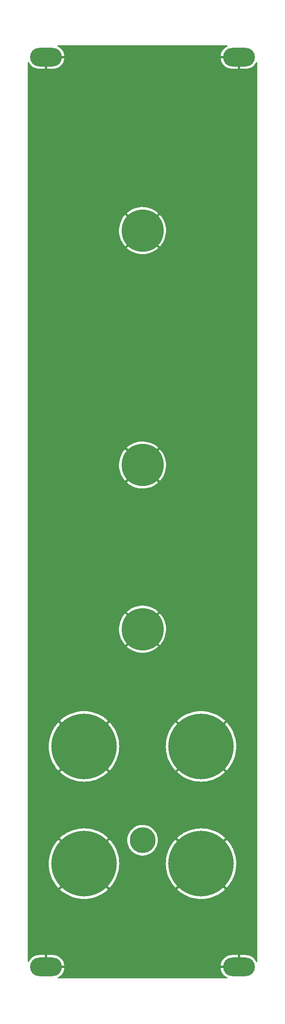
<source format=gtl>
G04 #@! TF.GenerationSoftware,KiCad,Pcbnew,6.0.4-6f826c9f35~116~ubuntu20.04.1*
G04 #@! TF.CreationDate,2022-04-20T21:21:03-04:00*
G04 #@! TF.ProjectId,yash_panel,79617368-5f70-4616-9e65-6c2e6b696361,rev?*
G04 #@! TF.SameCoordinates,Original*
G04 #@! TF.FileFunction,Copper,L1,Top*
G04 #@! TF.FilePolarity,Positive*
%FSLAX46Y46*%
G04 Gerber Fmt 4.6, Leading zero omitted, Abs format (unit mm)*
G04 Created by KiCad (PCBNEW 6.0.4-6f826c9f35~116~ubuntu20.04.1) date 2022-04-20 21:21:03*
%MOMM*%
%LPD*%
G01*
G04 APERTURE LIST*
G04 #@! TA.AperFunction,ComponentPad*
%ADD10O,6.800000X4.000000*%
G04 #@! TD*
G04 #@! TA.AperFunction,ComponentPad*
%ADD11C,9.000000*%
G04 #@! TD*
G04 #@! TA.AperFunction,ComponentPad*
%ADD12C,14.000000*%
G04 #@! TD*
G04 #@! TA.AperFunction,ComponentPad*
%ADD13C,5.500000*%
G04 #@! TD*
G04 APERTURE END LIST*
D10*
G04 #@! TO.P,H10,1*
G04 #@! TO.N,GND*
X61700000Y-204600000D03*
X61700000Y-10600000D03*
G04 #@! TD*
D11*
G04 #@! TO.P,H7,1*
G04 #@! TO.N,GND*
X41100000Y-132600000D03*
G04 #@! TD*
G04 #@! TO.P,H5,1*
G04 #@! TO.N,GND*
X41100000Y-47600000D03*
G04 #@! TD*
D12*
G04 #@! TO.P,H1,1*
G04 #@! TO.N,GND*
X28600000Y-157600000D03*
G04 #@! TD*
D10*
G04 #@! TO.P,H9,1*
G04 #@! TO.N,GND*
X20500000Y-10600000D03*
X20500000Y-204600000D03*
G04 #@! TD*
D13*
G04 #@! TO.P,H8,1*
G04 #@! TO.N,N/C*
X41100000Y-177600000D03*
G04 #@! TD*
D12*
G04 #@! TO.P,H2,1*
G04 #@! TO.N,GND*
X28600000Y-182600000D03*
G04 #@! TD*
G04 #@! TO.P,H3,1*
G04 #@! TO.N,GND*
X53600000Y-157600000D03*
G04 #@! TD*
G04 #@! TO.P,H4,1*
G04 #@! TO.N,GND*
X53600000Y-182600000D03*
G04 #@! TD*
D11*
G04 #@! TO.P,H6,1*
G04 #@! TO.N,GND*
X41100000Y-97600000D03*
G04 #@! TD*
G04 #@! TA.AperFunction,Conductor*
G04 #@! TO.N,GND*
G36*
X59208761Y-8128502D02*
G01*
X59255254Y-8182158D01*
X59265358Y-8252432D01*
X59235864Y-8317012D01*
X59194288Y-8348508D01*
X59092959Y-8396190D01*
X59086026Y-8400001D01*
X58826271Y-8564847D01*
X58819868Y-8569498D01*
X58582813Y-8765607D01*
X58577046Y-8771023D01*
X58366443Y-8995293D01*
X58361404Y-9001384D01*
X58180570Y-9250281D01*
X58176330Y-9256961D01*
X58028110Y-9526572D01*
X58024753Y-9533707D01*
X57911492Y-9819770D01*
X57909047Y-9827296D01*
X57832538Y-10125279D01*
X57831055Y-10133050D01*
X57806425Y-10328026D01*
X57808728Y-10342306D01*
X57821720Y-10346000D01*
X61828000Y-10346000D01*
X61896121Y-10366002D01*
X61942614Y-10419658D01*
X61954000Y-10472000D01*
X61954000Y-13089885D01*
X61958475Y-13105124D01*
X61959865Y-13106329D01*
X61967548Y-13108000D01*
X63176829Y-13108000D01*
X63180820Y-13107874D01*
X63410994Y-13093393D01*
X63418855Y-13092400D01*
X63721046Y-13034754D01*
X63728723Y-13032783D01*
X64021309Y-12937716D01*
X64028672Y-12934801D01*
X64307041Y-12803811D01*
X64313974Y-12799999D01*
X64573729Y-12635153D01*
X64580132Y-12630502D01*
X64817187Y-12434393D01*
X64822954Y-12428977D01*
X65033557Y-12204707D01*
X65038596Y-12198616D01*
X65219430Y-11949719D01*
X65223670Y-11943039D01*
X65355085Y-11703996D01*
X65405431Y-11653937D01*
X65474848Y-11639044D01*
X65541297Y-11664045D01*
X65583681Y-11721002D01*
X65591500Y-11764697D01*
X65591500Y-203435303D01*
X65571498Y-203503424D01*
X65517842Y-203549917D01*
X65447568Y-203560021D01*
X65382988Y-203530527D01*
X65355085Y-203496004D01*
X65223670Y-203256961D01*
X65219430Y-203250281D01*
X65038596Y-203001384D01*
X65033557Y-202995293D01*
X64822954Y-202771023D01*
X64817187Y-202765607D01*
X64580132Y-202569498D01*
X64573729Y-202564847D01*
X64313974Y-202400001D01*
X64307041Y-202396189D01*
X64028672Y-202265199D01*
X64021309Y-202262284D01*
X63728723Y-202167217D01*
X63721046Y-202165246D01*
X63418855Y-202107600D01*
X63410994Y-202106607D01*
X63180820Y-202092126D01*
X63176829Y-202092000D01*
X61972115Y-202092000D01*
X61956876Y-202096475D01*
X61955671Y-202097865D01*
X61954000Y-202105548D01*
X61954000Y-204728000D01*
X61933998Y-204796121D01*
X61880342Y-204842614D01*
X61828000Y-204854000D01*
X57822269Y-204854000D01*
X57808392Y-204858075D01*
X57806355Y-204871426D01*
X57831055Y-205066950D01*
X57832538Y-205074721D01*
X57909047Y-205372704D01*
X57911492Y-205380230D01*
X58024753Y-205666293D01*
X58028110Y-205673428D01*
X58176330Y-205943039D01*
X58180570Y-205949719D01*
X58361404Y-206198616D01*
X58366443Y-206204707D01*
X58577046Y-206428977D01*
X58582813Y-206434393D01*
X58819868Y-206630502D01*
X58826271Y-206635153D01*
X59086026Y-206799999D01*
X59092959Y-206803810D01*
X59194288Y-206851492D01*
X59247409Y-206898594D01*
X59266632Y-206966939D01*
X59245853Y-207034827D01*
X59191670Y-207080704D01*
X59140640Y-207091500D01*
X23059360Y-207091500D01*
X22991239Y-207071498D01*
X22944746Y-207017842D01*
X22934642Y-206947568D01*
X22964136Y-206882988D01*
X23005712Y-206851492D01*
X23107041Y-206803810D01*
X23113974Y-206799999D01*
X23373729Y-206635153D01*
X23380132Y-206630502D01*
X23617187Y-206434393D01*
X23622954Y-206428977D01*
X23833557Y-206204707D01*
X23838596Y-206198616D01*
X24019430Y-205949719D01*
X24023670Y-205943039D01*
X24171890Y-205673428D01*
X24175247Y-205666293D01*
X24288508Y-205380230D01*
X24290953Y-205372704D01*
X24367462Y-205074721D01*
X24368945Y-205066950D01*
X24393575Y-204871974D01*
X24391272Y-204857694D01*
X24378280Y-204854000D01*
X20372000Y-204854000D01*
X20303879Y-204833998D01*
X20257386Y-204780342D01*
X20246000Y-204728000D01*
X20246000Y-204327885D01*
X20754000Y-204327885D01*
X20758475Y-204343124D01*
X20759865Y-204344329D01*
X20767548Y-204346000D01*
X24377731Y-204346000D01*
X24391608Y-204341925D01*
X24393645Y-204328574D01*
X24393576Y-204328026D01*
X57806425Y-204328026D01*
X57808728Y-204342306D01*
X57821720Y-204346000D01*
X61427885Y-204346000D01*
X61443124Y-204341525D01*
X61444329Y-204340135D01*
X61446000Y-204332452D01*
X61446000Y-202110115D01*
X61441525Y-202094876D01*
X61440135Y-202093671D01*
X61432452Y-202092000D01*
X60223171Y-202092000D01*
X60219180Y-202092126D01*
X59989006Y-202106607D01*
X59981145Y-202107600D01*
X59678954Y-202165246D01*
X59671277Y-202167217D01*
X59378691Y-202262284D01*
X59371328Y-202265199D01*
X59092959Y-202396189D01*
X59086026Y-202400001D01*
X58826271Y-202564847D01*
X58819868Y-202569498D01*
X58582813Y-202765607D01*
X58577046Y-202771023D01*
X58366443Y-202995293D01*
X58361404Y-203001384D01*
X58180570Y-203250281D01*
X58176330Y-203256961D01*
X58028110Y-203526572D01*
X58024753Y-203533707D01*
X57911492Y-203819770D01*
X57909047Y-203827296D01*
X57832538Y-204125279D01*
X57831055Y-204133050D01*
X57806425Y-204328026D01*
X24393576Y-204328026D01*
X24368945Y-204133050D01*
X24367462Y-204125279D01*
X24290953Y-203827296D01*
X24288508Y-203819770D01*
X24175247Y-203533707D01*
X24171890Y-203526572D01*
X24023670Y-203256961D01*
X24019430Y-203250281D01*
X23838596Y-203001384D01*
X23833557Y-202995293D01*
X23622954Y-202771023D01*
X23617187Y-202765607D01*
X23380132Y-202569498D01*
X23373729Y-202564847D01*
X23113974Y-202400001D01*
X23107041Y-202396189D01*
X22828672Y-202265199D01*
X22821309Y-202262284D01*
X22528723Y-202167217D01*
X22521046Y-202165246D01*
X22218855Y-202107600D01*
X22210994Y-202106607D01*
X21980820Y-202092126D01*
X21976829Y-202092000D01*
X20772115Y-202092000D01*
X20756876Y-202096475D01*
X20755671Y-202097865D01*
X20754000Y-202105548D01*
X20754000Y-204327885D01*
X20246000Y-204327885D01*
X20246000Y-202110115D01*
X20241525Y-202094876D01*
X20240135Y-202093671D01*
X20232452Y-202092000D01*
X19023171Y-202092000D01*
X19019180Y-202092126D01*
X18789006Y-202106607D01*
X18781145Y-202107600D01*
X18478954Y-202165246D01*
X18471277Y-202167217D01*
X18178691Y-202262284D01*
X18171328Y-202265199D01*
X17892959Y-202396189D01*
X17886026Y-202400001D01*
X17626271Y-202564847D01*
X17619868Y-202569498D01*
X17382813Y-202765607D01*
X17377046Y-202771023D01*
X17166443Y-202995293D01*
X17161404Y-203001384D01*
X16980570Y-203250281D01*
X16976330Y-203256961D01*
X16844915Y-203496004D01*
X16794569Y-203546063D01*
X16725152Y-203560956D01*
X16658703Y-203535955D01*
X16616319Y-203478998D01*
X16608500Y-203435303D01*
X16608500Y-188087102D01*
X23478438Y-188087102D01*
X23478462Y-188087441D01*
X23484285Y-188096073D01*
X23728991Y-188319913D01*
X23732445Y-188322852D01*
X24150430Y-188653550D01*
X24154067Y-188656222D01*
X24594618Y-188956182D01*
X24598446Y-188958593D01*
X25059337Y-189226300D01*
X25063309Y-189228421D01*
X25542148Y-189462483D01*
X25546284Y-189464325D01*
X26040627Y-189663551D01*
X26044871Y-189665087D01*
X26552218Y-189828467D01*
X26556539Y-189829689D01*
X27074254Y-189956374D01*
X27078695Y-189957294D01*
X27604141Y-190046637D01*
X27608595Y-190047232D01*
X28139106Y-190098782D01*
X28143579Y-190099056D01*
X28676427Y-190112543D01*
X28680930Y-190112496D01*
X29213352Y-190087853D01*
X29217836Y-190087485D01*
X29747152Y-190024836D01*
X29751591Y-190024149D01*
X30275087Y-189923814D01*
X30279446Y-189922815D01*
X30794414Y-189785311D01*
X30798727Y-189783992D01*
X31302525Y-189610028D01*
X31306740Y-189608402D01*
X31796805Y-189398866D01*
X31800892Y-189396943D01*
X32274731Y-189152900D01*
X32278658Y-189150696D01*
X32733828Y-188873404D01*
X32737624Y-188870901D01*
X33171786Y-188561788D01*
X33175372Y-188559036D01*
X33586362Y-188219640D01*
X33589705Y-188216672D01*
X33713630Y-188098453D01*
X33720179Y-188087102D01*
X48478438Y-188087102D01*
X48478462Y-188087441D01*
X48484285Y-188096073D01*
X48728991Y-188319913D01*
X48732445Y-188322852D01*
X49150430Y-188653550D01*
X49154067Y-188656222D01*
X49594618Y-188956182D01*
X49598446Y-188958593D01*
X50059337Y-189226300D01*
X50063309Y-189228421D01*
X50542148Y-189462483D01*
X50546284Y-189464325D01*
X51040627Y-189663551D01*
X51044871Y-189665087D01*
X51552218Y-189828467D01*
X51556539Y-189829689D01*
X52074254Y-189956374D01*
X52078695Y-189957294D01*
X52604141Y-190046637D01*
X52608595Y-190047232D01*
X53139106Y-190098782D01*
X53143579Y-190099056D01*
X53676427Y-190112543D01*
X53680930Y-190112496D01*
X54213352Y-190087853D01*
X54217836Y-190087485D01*
X54747152Y-190024836D01*
X54751591Y-190024149D01*
X55275087Y-189923814D01*
X55279446Y-189922815D01*
X55794414Y-189785311D01*
X55798727Y-189783992D01*
X56302525Y-189610028D01*
X56306740Y-189608402D01*
X56796805Y-189398866D01*
X56800892Y-189396943D01*
X57274731Y-189152900D01*
X57278658Y-189150696D01*
X57733828Y-188873404D01*
X57737624Y-188870901D01*
X58171786Y-188561788D01*
X58175372Y-188559036D01*
X58586362Y-188219640D01*
X58589705Y-188216672D01*
X58713630Y-188098453D01*
X58721568Y-188084695D01*
X58721518Y-188083649D01*
X58716625Y-188075835D01*
X53612812Y-182972022D01*
X53598868Y-182964408D01*
X53597035Y-182964539D01*
X53590420Y-182968790D01*
X48486052Y-188073158D01*
X48478438Y-188087102D01*
X33720179Y-188087102D01*
X33721568Y-188084695D01*
X33721518Y-188083649D01*
X33716625Y-188075835D01*
X28612812Y-182972022D01*
X28598868Y-182964408D01*
X28597035Y-182964539D01*
X28590420Y-182968790D01*
X23486052Y-188073158D01*
X23478438Y-188087102D01*
X16608500Y-188087102D01*
X16608500Y-182650201D01*
X21087236Y-182650201D01*
X21087267Y-182654699D01*
X21110052Y-183187215D01*
X21110404Y-183191696D01*
X21171206Y-183721240D01*
X21171874Y-183725659D01*
X21270381Y-184249497D01*
X21271370Y-184253884D01*
X21407070Y-184769308D01*
X21408381Y-184773648D01*
X21580581Y-185278039D01*
X21582188Y-185282249D01*
X21790028Y-185773079D01*
X21791917Y-185777129D01*
X22034314Y-186251836D01*
X22036507Y-186255776D01*
X22312217Y-186711925D01*
X22314678Y-186715685D01*
X22622290Y-187150947D01*
X22625036Y-187154552D01*
X22962987Y-187566712D01*
X22965944Y-187570066D01*
X23101751Y-187713428D01*
X23115482Y-187721415D01*
X23116410Y-187721374D01*
X23124399Y-187716391D01*
X28227978Y-182612812D01*
X28234356Y-182601132D01*
X28964408Y-182601132D01*
X28964539Y-182602965D01*
X28968790Y-182609580D01*
X34073389Y-187714179D01*
X34087333Y-187721793D01*
X34087556Y-187721778D01*
X34096338Y-187715831D01*
X34336905Y-187450987D01*
X34339793Y-187447570D01*
X34669044Y-187028414D01*
X34671701Y-187024771D01*
X34970130Y-186583164D01*
X34972526Y-186579329D01*
X35238617Y-186117514D01*
X35240726Y-186113531D01*
X35473116Y-185633878D01*
X35474941Y-185629741D01*
X35672446Y-185134690D01*
X35673961Y-185130460D01*
X35835567Y-184622549D01*
X35836781Y-184618202D01*
X35961661Y-184100034D01*
X35962555Y-184095638D01*
X36050064Y-183569885D01*
X36050649Y-183565380D01*
X36100363Y-183034517D01*
X36100613Y-183030439D01*
X36111566Y-182650201D01*
X46087236Y-182650201D01*
X46087267Y-182654699D01*
X46110052Y-183187215D01*
X46110404Y-183191696D01*
X46171206Y-183721240D01*
X46171874Y-183725659D01*
X46270381Y-184249497D01*
X46271370Y-184253884D01*
X46407070Y-184769308D01*
X46408381Y-184773648D01*
X46580581Y-185278039D01*
X46582188Y-185282249D01*
X46790028Y-185773079D01*
X46791917Y-185777129D01*
X47034314Y-186251836D01*
X47036507Y-186255776D01*
X47312217Y-186711925D01*
X47314678Y-186715685D01*
X47622290Y-187150947D01*
X47625036Y-187154552D01*
X47962987Y-187566712D01*
X47965944Y-187570066D01*
X48101751Y-187713428D01*
X48115482Y-187721415D01*
X48116410Y-187721374D01*
X48124399Y-187716391D01*
X53227978Y-182612812D01*
X53234356Y-182601132D01*
X53964408Y-182601132D01*
X53964539Y-182602965D01*
X53968790Y-182609580D01*
X59073389Y-187714179D01*
X59087333Y-187721793D01*
X59087556Y-187721778D01*
X59096338Y-187715831D01*
X59336905Y-187450987D01*
X59339793Y-187447570D01*
X59669044Y-187028414D01*
X59671701Y-187024771D01*
X59970130Y-186583164D01*
X59972526Y-186579329D01*
X60238617Y-186117514D01*
X60240726Y-186113531D01*
X60473116Y-185633878D01*
X60474941Y-185629741D01*
X60672446Y-185134690D01*
X60673961Y-185130460D01*
X60835567Y-184622549D01*
X60836781Y-184618202D01*
X60961661Y-184100034D01*
X60962555Y-184095638D01*
X61050064Y-183569885D01*
X61050649Y-183565380D01*
X61100363Y-183034517D01*
X61100613Y-183030439D01*
X61112954Y-182602024D01*
X61112939Y-182597967D01*
X61093866Y-182065096D01*
X61093544Y-182060601D01*
X61036442Y-181530662D01*
X61035800Y-181526211D01*
X60940955Y-181001710D01*
X60939999Y-180997327D01*
X60807892Y-180480933D01*
X60806630Y-180476645D01*
X60637938Y-179971015D01*
X60636370Y-179966818D01*
X60431966Y-179474558D01*
X60430088Y-179470456D01*
X60191023Y-178994094D01*
X60188855Y-178990133D01*
X59916347Y-178532090D01*
X59913891Y-178528279D01*
X59609331Y-178090890D01*
X59606624Y-178087284D01*
X59271552Y-177672765D01*
X59268609Y-177669380D01*
X59098034Y-177486780D01*
X59084361Y-177478698D01*
X59083667Y-177478724D01*
X59075320Y-177483890D01*
X53972022Y-182587188D01*
X53964408Y-182601132D01*
X53234356Y-182601132D01*
X53235592Y-182598868D01*
X53235461Y-182597035D01*
X53231210Y-182590420D01*
X48127007Y-177486217D01*
X48113063Y-177478603D01*
X48112606Y-177478635D01*
X48104130Y-177484332D01*
X47897104Y-177709077D01*
X47894190Y-177712477D01*
X47562015Y-178129331D01*
X47559344Y-178132941D01*
X47257831Y-178572465D01*
X47255409Y-178576283D01*
X46986107Y-179036216D01*
X46983964Y-179040196D01*
X46748233Y-179518211D01*
X46746376Y-179522343D01*
X46545427Y-180015984D01*
X46543874Y-180020230D01*
X46378729Y-180526984D01*
X46377484Y-180531326D01*
X46248991Y-181048608D01*
X46248067Y-181052991D01*
X46156885Y-181578152D01*
X46156274Y-181582609D01*
X46102873Y-182112930D01*
X46102583Y-182117413D01*
X46087236Y-182650201D01*
X36111566Y-182650201D01*
X36112954Y-182602024D01*
X36112939Y-182597967D01*
X36093866Y-182065096D01*
X36093544Y-182060601D01*
X36036442Y-181530662D01*
X36035800Y-181526211D01*
X35940955Y-181001710D01*
X35939999Y-180997327D01*
X35807892Y-180480933D01*
X35806630Y-180476645D01*
X35637938Y-179971015D01*
X35636370Y-179966818D01*
X35431966Y-179474558D01*
X35430088Y-179470456D01*
X35191023Y-178994094D01*
X35188855Y-178990133D01*
X34916347Y-178532090D01*
X34913891Y-178528279D01*
X34609331Y-178090890D01*
X34606624Y-178087284D01*
X34271552Y-177672765D01*
X34268609Y-177669380D01*
X34193157Y-177588609D01*
X37836734Y-177588609D01*
X37854591Y-177941106D01*
X37855128Y-177944461D01*
X37855129Y-177944467D01*
X37893957Y-178186878D01*
X37910412Y-178289613D01*
X38003546Y-178630053D01*
X38132903Y-178958443D01*
X38134486Y-178961458D01*
X38295384Y-179267926D01*
X38295389Y-179267934D01*
X38296968Y-179270942D01*
X38298862Y-179273760D01*
X38298867Y-179273769D01*
X38433792Y-179474558D01*
X38493824Y-179563895D01*
X38721167Y-179833873D01*
X38723627Y-179836224D01*
X38723630Y-179836227D01*
X38973875Y-180075366D01*
X38973882Y-180075372D01*
X38976338Y-180077719D01*
X39256351Y-180292581D01*
X39259269Y-180294355D01*
X39555017Y-180474173D01*
X39555022Y-180474176D01*
X39557932Y-180475945D01*
X39561020Y-180477391D01*
X39561019Y-180477391D01*
X39874468Y-180624222D01*
X39874478Y-180624226D01*
X39877552Y-180625666D01*
X39880770Y-180626768D01*
X39880773Y-180626769D01*
X40208241Y-180738887D01*
X40208245Y-180738888D01*
X40211472Y-180739993D01*
X40214802Y-180740743D01*
X40214811Y-180740746D01*
X40458164Y-180795587D01*
X40555786Y-180817587D01*
X40559171Y-180817973D01*
X40559179Y-180817974D01*
X40903083Y-180857157D01*
X40903091Y-180857157D01*
X40906466Y-180857542D01*
X40909870Y-180857560D01*
X40909873Y-180857560D01*
X41101627Y-180858564D01*
X41259411Y-180859390D01*
X41262797Y-180859040D01*
X41262799Y-180859040D01*
X41607098Y-180823461D01*
X41607107Y-180823460D01*
X41610490Y-180823110D01*
X41613823Y-180822396D01*
X41613826Y-180822395D01*
X41783692Y-180785979D01*
X41955598Y-180749125D01*
X42290697Y-180638301D01*
X42611867Y-180491936D01*
X42705405Y-180436397D01*
X42912407Y-180313489D01*
X42912412Y-180313486D01*
X42915352Y-180311740D01*
X42940870Y-180292581D01*
X43194867Y-180101874D01*
X43197600Y-180099822D01*
X43455310Y-179858661D01*
X43685468Y-179591078D01*
X43885380Y-179300203D01*
X43886992Y-179297209D01*
X43886997Y-179297201D01*
X44051087Y-178992452D01*
X44052709Y-178989440D01*
X44185498Y-178662422D01*
X44193816Y-178633223D01*
X44281257Y-178326254D01*
X44282191Y-178322976D01*
X44321862Y-178090890D01*
X44341087Y-177978420D01*
X44341087Y-177978418D01*
X44341659Y-177975073D01*
X44343945Y-177937711D01*
X44363096Y-177624580D01*
X44363206Y-177622782D01*
X44363286Y-177600000D01*
X44344199Y-177247567D01*
X44322587Y-177115591D01*
X48478674Y-177115591D01*
X48478707Y-177116404D01*
X48483783Y-177124573D01*
X53587188Y-182227978D01*
X53601132Y-182235592D01*
X53602965Y-182235461D01*
X53609580Y-182231210D01*
X58713682Y-177127108D01*
X58721296Y-177113164D01*
X58721255Y-177112590D01*
X58715684Y-177104268D01*
X58510818Y-176914228D01*
X58507387Y-176911267D01*
X58091729Y-176577666D01*
X58088115Y-176574972D01*
X57649654Y-176271933D01*
X57645835Y-176269490D01*
X57186846Y-175998585D01*
X57182877Y-175996430D01*
X56705679Y-175759028D01*
X56701575Y-175757166D01*
X56208610Y-175554483D01*
X56204395Y-175552924D01*
X55698199Y-175386006D01*
X55693883Y-175384752D01*
X55177042Y-175254451D01*
X55172665Y-175253513D01*
X54647822Y-175160496D01*
X54643365Y-175159870D01*
X54113241Y-175104620D01*
X54108747Y-175104313D01*
X53576027Y-175087107D01*
X53571530Y-175087122D01*
X53038927Y-175108048D01*
X53034451Y-175108384D01*
X52504713Y-175167336D01*
X52500261Y-175167994D01*
X51976106Y-175264667D01*
X51971701Y-175265643D01*
X51455801Y-175399545D01*
X51451490Y-175400830D01*
X50946471Y-175571278D01*
X50942259Y-175572870D01*
X50450723Y-175778988D01*
X50446647Y-175780871D01*
X49971109Y-176021605D01*
X49967158Y-176023786D01*
X49510063Y-176297893D01*
X49506267Y-176300358D01*
X49069930Y-176606452D01*
X49066347Y-176609162D01*
X48653007Y-176945674D01*
X48649617Y-176948642D01*
X48486708Y-177101891D01*
X48478674Y-177115591D01*
X44322587Y-177115591D01*
X44287161Y-176899257D01*
X44192839Y-176559145D01*
X44189849Y-176551630D01*
X44063597Y-176234372D01*
X44062338Y-176231208D01*
X43897182Y-175919283D01*
X43890579Y-175909530D01*
X43701211Y-175629834D01*
X43701204Y-175629825D01*
X43699305Y-175627020D01*
X43697109Y-175624430D01*
X43697104Y-175624424D01*
X43608715Y-175520201D01*
X43471021Y-175357837D01*
X43215001Y-175114883D01*
X43212294Y-175112821D01*
X43212286Y-175112814D01*
X43053809Y-174992088D01*
X42934239Y-174901000D01*
X42632020Y-174718689D01*
X42628930Y-174717255D01*
X42628925Y-174717252D01*
X42471950Y-174644387D01*
X42311879Y-174570085D01*
X42308654Y-174568993D01*
X42308648Y-174568991D01*
X41980798Y-174458020D01*
X41980793Y-174458018D01*
X41977562Y-174456925D01*
X41963832Y-174453881D01*
X41894730Y-174438562D01*
X41632979Y-174380533D01*
X41508353Y-174366774D01*
X41285543Y-174342175D01*
X41285538Y-174342175D01*
X41282162Y-174341802D01*
X41278763Y-174341796D01*
X41278762Y-174341796D01*
X41112289Y-174341506D01*
X40929213Y-174341186D01*
X40798206Y-174355187D01*
X40581646Y-174378330D01*
X40581640Y-174378331D01*
X40578262Y-174378692D01*
X40233414Y-174453881D01*
X39898704Y-174565873D01*
X39578047Y-174713359D01*
X39275194Y-174894613D01*
X38993687Y-175107515D01*
X38736820Y-175349574D01*
X38734608Y-175352164D01*
X38734607Y-175352165D01*
X38547467Y-175571278D01*
X38507598Y-175617959D01*
X38308702Y-175909530D01*
X38142458Y-176220876D01*
X38141183Y-176224048D01*
X38141181Y-176224052D01*
X38110507Y-176300358D01*
X38010813Y-176548355D01*
X38009894Y-176551623D01*
X38009892Y-176551630D01*
X37916225Y-176884858D01*
X37915304Y-176888136D01*
X37914743Y-176891489D01*
X37914742Y-176891493D01*
X37877241Y-177115591D01*
X37857051Y-177236245D01*
X37836734Y-177588609D01*
X34193157Y-177588609D01*
X34098034Y-177486780D01*
X34084361Y-177478698D01*
X34083667Y-177478724D01*
X34075320Y-177483890D01*
X28972022Y-182587188D01*
X28964408Y-182601132D01*
X28234356Y-182601132D01*
X28235592Y-182598868D01*
X28235461Y-182597035D01*
X28231210Y-182590420D01*
X23127007Y-177486217D01*
X23113063Y-177478603D01*
X23112606Y-177478635D01*
X23104130Y-177484332D01*
X22897104Y-177709077D01*
X22894190Y-177712477D01*
X22562015Y-178129331D01*
X22559344Y-178132941D01*
X22257831Y-178572465D01*
X22255409Y-178576283D01*
X21986107Y-179036216D01*
X21983964Y-179040196D01*
X21748233Y-179518211D01*
X21746376Y-179522343D01*
X21545427Y-180015984D01*
X21543874Y-180020230D01*
X21378729Y-180526984D01*
X21377484Y-180531326D01*
X21248991Y-181048608D01*
X21248067Y-181052991D01*
X21156885Y-181578152D01*
X21156274Y-181582609D01*
X21102873Y-182112930D01*
X21102583Y-182117413D01*
X21087236Y-182650201D01*
X16608500Y-182650201D01*
X16608500Y-177115591D01*
X23478674Y-177115591D01*
X23478707Y-177116404D01*
X23483783Y-177124573D01*
X28587188Y-182227978D01*
X28601132Y-182235592D01*
X28602965Y-182235461D01*
X28609580Y-182231210D01*
X33713682Y-177127108D01*
X33721296Y-177113164D01*
X33721255Y-177112590D01*
X33715684Y-177104268D01*
X33510818Y-176914228D01*
X33507387Y-176911267D01*
X33091729Y-176577666D01*
X33088115Y-176574972D01*
X32649654Y-176271933D01*
X32645835Y-176269490D01*
X32186846Y-175998585D01*
X32182877Y-175996430D01*
X31705679Y-175759028D01*
X31701575Y-175757166D01*
X31208610Y-175554483D01*
X31204395Y-175552924D01*
X30698199Y-175386006D01*
X30693883Y-175384752D01*
X30177042Y-175254451D01*
X30172665Y-175253513D01*
X29647822Y-175160496D01*
X29643365Y-175159870D01*
X29113241Y-175104620D01*
X29108747Y-175104313D01*
X28576027Y-175087107D01*
X28571530Y-175087122D01*
X28038927Y-175108048D01*
X28034451Y-175108384D01*
X27504713Y-175167336D01*
X27500261Y-175167994D01*
X26976106Y-175264667D01*
X26971701Y-175265643D01*
X26455801Y-175399545D01*
X26451490Y-175400830D01*
X25946471Y-175571278D01*
X25942259Y-175572870D01*
X25450723Y-175778988D01*
X25446647Y-175780871D01*
X24971109Y-176021605D01*
X24967158Y-176023786D01*
X24510063Y-176297893D01*
X24506267Y-176300358D01*
X24069930Y-176606452D01*
X24066347Y-176609162D01*
X23653007Y-176945674D01*
X23649617Y-176948642D01*
X23486708Y-177101891D01*
X23478674Y-177115591D01*
X16608500Y-177115591D01*
X16608500Y-163087102D01*
X23478438Y-163087102D01*
X23478462Y-163087441D01*
X23484285Y-163096073D01*
X23728991Y-163319913D01*
X23732445Y-163322852D01*
X24150430Y-163653550D01*
X24154067Y-163656222D01*
X24594618Y-163956182D01*
X24598446Y-163958593D01*
X25059337Y-164226300D01*
X25063309Y-164228421D01*
X25542148Y-164462483D01*
X25546284Y-164464325D01*
X26040627Y-164663551D01*
X26044871Y-164665087D01*
X26552218Y-164828467D01*
X26556539Y-164829689D01*
X27074254Y-164956374D01*
X27078695Y-164957294D01*
X27604141Y-165046637D01*
X27608595Y-165047232D01*
X28139106Y-165098782D01*
X28143579Y-165099056D01*
X28676427Y-165112543D01*
X28680930Y-165112496D01*
X29213352Y-165087853D01*
X29217836Y-165087485D01*
X29747152Y-165024836D01*
X29751591Y-165024149D01*
X30275087Y-164923814D01*
X30279446Y-164922815D01*
X30794414Y-164785311D01*
X30798727Y-164783992D01*
X31302525Y-164610028D01*
X31306740Y-164608402D01*
X31796805Y-164398866D01*
X31800892Y-164396943D01*
X32274731Y-164152900D01*
X32278658Y-164150696D01*
X32733828Y-163873404D01*
X32737624Y-163870901D01*
X33171786Y-163561788D01*
X33175372Y-163559036D01*
X33586362Y-163219640D01*
X33589705Y-163216672D01*
X33713630Y-163098453D01*
X33720179Y-163087102D01*
X48478438Y-163087102D01*
X48478462Y-163087441D01*
X48484285Y-163096073D01*
X48728991Y-163319913D01*
X48732445Y-163322852D01*
X49150430Y-163653550D01*
X49154067Y-163656222D01*
X49594618Y-163956182D01*
X49598446Y-163958593D01*
X50059337Y-164226300D01*
X50063309Y-164228421D01*
X50542148Y-164462483D01*
X50546284Y-164464325D01*
X51040627Y-164663551D01*
X51044871Y-164665087D01*
X51552218Y-164828467D01*
X51556539Y-164829689D01*
X52074254Y-164956374D01*
X52078695Y-164957294D01*
X52604141Y-165046637D01*
X52608595Y-165047232D01*
X53139106Y-165098782D01*
X53143579Y-165099056D01*
X53676427Y-165112543D01*
X53680930Y-165112496D01*
X54213352Y-165087853D01*
X54217836Y-165087485D01*
X54747152Y-165024836D01*
X54751591Y-165024149D01*
X55275087Y-164923814D01*
X55279446Y-164922815D01*
X55794414Y-164785311D01*
X55798727Y-164783992D01*
X56302525Y-164610028D01*
X56306740Y-164608402D01*
X56796805Y-164398866D01*
X56800892Y-164396943D01*
X57274731Y-164152900D01*
X57278658Y-164150696D01*
X57733828Y-163873404D01*
X57737624Y-163870901D01*
X58171786Y-163561788D01*
X58175372Y-163559036D01*
X58586362Y-163219640D01*
X58589705Y-163216672D01*
X58713630Y-163098453D01*
X58721568Y-163084695D01*
X58721518Y-163083649D01*
X58716625Y-163075835D01*
X53612812Y-157972022D01*
X53598868Y-157964408D01*
X53597035Y-157964539D01*
X53590420Y-157968790D01*
X48486052Y-163073158D01*
X48478438Y-163087102D01*
X33720179Y-163087102D01*
X33721568Y-163084695D01*
X33721518Y-163083649D01*
X33716625Y-163075835D01*
X28612812Y-157972022D01*
X28598868Y-157964408D01*
X28597035Y-157964539D01*
X28590420Y-157968790D01*
X23486052Y-163073158D01*
X23478438Y-163087102D01*
X16608500Y-163087102D01*
X16608500Y-157650201D01*
X21087236Y-157650201D01*
X21087267Y-157654699D01*
X21110052Y-158187215D01*
X21110404Y-158191696D01*
X21171206Y-158721240D01*
X21171874Y-158725659D01*
X21270381Y-159249497D01*
X21271370Y-159253884D01*
X21407070Y-159769308D01*
X21408381Y-159773648D01*
X21580581Y-160278039D01*
X21582188Y-160282249D01*
X21790028Y-160773079D01*
X21791917Y-160777129D01*
X22034314Y-161251836D01*
X22036507Y-161255776D01*
X22312217Y-161711925D01*
X22314678Y-161715685D01*
X22622290Y-162150947D01*
X22625036Y-162154552D01*
X22962987Y-162566712D01*
X22965944Y-162570066D01*
X23101751Y-162713428D01*
X23115482Y-162721415D01*
X23116410Y-162721374D01*
X23124399Y-162716391D01*
X28227978Y-157612812D01*
X28234356Y-157601132D01*
X28964408Y-157601132D01*
X28964539Y-157602965D01*
X28968790Y-157609580D01*
X34073389Y-162714179D01*
X34087333Y-162721793D01*
X34087556Y-162721778D01*
X34096338Y-162715831D01*
X34336905Y-162450987D01*
X34339793Y-162447570D01*
X34669044Y-162028414D01*
X34671701Y-162024771D01*
X34970130Y-161583164D01*
X34972526Y-161579329D01*
X35238617Y-161117514D01*
X35240726Y-161113531D01*
X35473116Y-160633878D01*
X35474941Y-160629741D01*
X35672446Y-160134690D01*
X35673961Y-160130460D01*
X35835567Y-159622549D01*
X35836781Y-159618202D01*
X35961661Y-159100034D01*
X35962555Y-159095638D01*
X36050064Y-158569885D01*
X36050649Y-158565380D01*
X36100363Y-158034517D01*
X36100613Y-158030439D01*
X36111566Y-157650201D01*
X46087236Y-157650201D01*
X46087267Y-157654699D01*
X46110052Y-158187215D01*
X46110404Y-158191696D01*
X46171206Y-158721240D01*
X46171874Y-158725659D01*
X46270381Y-159249497D01*
X46271370Y-159253884D01*
X46407070Y-159769308D01*
X46408381Y-159773648D01*
X46580581Y-160278039D01*
X46582188Y-160282249D01*
X46790028Y-160773079D01*
X46791917Y-160777129D01*
X47034314Y-161251836D01*
X47036507Y-161255776D01*
X47312217Y-161711925D01*
X47314678Y-161715685D01*
X47622290Y-162150947D01*
X47625036Y-162154552D01*
X47962987Y-162566712D01*
X47965944Y-162570066D01*
X48101751Y-162713428D01*
X48115482Y-162721415D01*
X48116410Y-162721374D01*
X48124399Y-162716391D01*
X53227978Y-157612812D01*
X53234356Y-157601132D01*
X53964408Y-157601132D01*
X53964539Y-157602965D01*
X53968790Y-157609580D01*
X59073389Y-162714179D01*
X59087333Y-162721793D01*
X59087556Y-162721778D01*
X59096338Y-162715831D01*
X59336905Y-162450987D01*
X59339793Y-162447570D01*
X59669044Y-162028414D01*
X59671701Y-162024771D01*
X59970130Y-161583164D01*
X59972526Y-161579329D01*
X60238617Y-161117514D01*
X60240726Y-161113531D01*
X60473116Y-160633878D01*
X60474941Y-160629741D01*
X60672446Y-160134690D01*
X60673961Y-160130460D01*
X60835567Y-159622549D01*
X60836781Y-159618202D01*
X60961661Y-159100034D01*
X60962555Y-159095638D01*
X61050064Y-158569885D01*
X61050649Y-158565380D01*
X61100363Y-158034517D01*
X61100613Y-158030439D01*
X61112954Y-157602024D01*
X61112939Y-157597967D01*
X61093866Y-157065096D01*
X61093544Y-157060601D01*
X61036442Y-156530662D01*
X61035800Y-156526211D01*
X60940955Y-156001710D01*
X60939999Y-155997327D01*
X60807892Y-155480933D01*
X60806630Y-155476645D01*
X60637938Y-154971015D01*
X60636370Y-154966818D01*
X60431966Y-154474558D01*
X60430088Y-154470456D01*
X60191023Y-153994094D01*
X60188855Y-153990133D01*
X59916347Y-153532090D01*
X59913891Y-153528279D01*
X59609331Y-153090890D01*
X59606624Y-153087284D01*
X59271552Y-152672765D01*
X59268609Y-152669380D01*
X59098034Y-152486780D01*
X59084361Y-152478698D01*
X59083667Y-152478724D01*
X59075320Y-152483890D01*
X53972022Y-157587188D01*
X53964408Y-157601132D01*
X53234356Y-157601132D01*
X53235592Y-157598868D01*
X53235461Y-157597035D01*
X53231210Y-157590420D01*
X48127007Y-152486217D01*
X48113063Y-152478603D01*
X48112606Y-152478635D01*
X48104130Y-152484332D01*
X47897104Y-152709077D01*
X47894190Y-152712477D01*
X47562015Y-153129331D01*
X47559344Y-153132941D01*
X47257831Y-153572465D01*
X47255409Y-153576283D01*
X46986107Y-154036216D01*
X46983964Y-154040196D01*
X46748233Y-154518211D01*
X46746376Y-154522343D01*
X46545427Y-155015984D01*
X46543874Y-155020230D01*
X46378729Y-155526984D01*
X46377484Y-155531326D01*
X46248991Y-156048608D01*
X46248067Y-156052991D01*
X46156885Y-156578152D01*
X46156274Y-156582609D01*
X46102873Y-157112930D01*
X46102583Y-157117413D01*
X46087236Y-157650201D01*
X36111566Y-157650201D01*
X36112954Y-157602024D01*
X36112939Y-157597967D01*
X36093866Y-157065096D01*
X36093544Y-157060601D01*
X36036442Y-156530662D01*
X36035800Y-156526211D01*
X35940955Y-156001710D01*
X35939999Y-155997327D01*
X35807892Y-155480933D01*
X35806630Y-155476645D01*
X35637938Y-154971015D01*
X35636370Y-154966818D01*
X35431966Y-154474558D01*
X35430088Y-154470456D01*
X35191023Y-153994094D01*
X35188855Y-153990133D01*
X34916347Y-153532090D01*
X34913891Y-153528279D01*
X34609331Y-153090890D01*
X34606624Y-153087284D01*
X34271552Y-152672765D01*
X34268609Y-152669380D01*
X34098034Y-152486780D01*
X34084361Y-152478698D01*
X34083667Y-152478724D01*
X34075320Y-152483890D01*
X28972022Y-157587188D01*
X28964408Y-157601132D01*
X28234356Y-157601132D01*
X28235592Y-157598868D01*
X28235461Y-157597035D01*
X28231210Y-157590420D01*
X23127007Y-152486217D01*
X23113063Y-152478603D01*
X23112606Y-152478635D01*
X23104130Y-152484332D01*
X22897104Y-152709077D01*
X22894190Y-152712477D01*
X22562015Y-153129331D01*
X22559344Y-153132941D01*
X22257831Y-153572465D01*
X22255409Y-153576283D01*
X21986107Y-154036216D01*
X21983964Y-154040196D01*
X21748233Y-154518211D01*
X21746376Y-154522343D01*
X21545427Y-155015984D01*
X21543874Y-155020230D01*
X21378729Y-155526984D01*
X21377484Y-155531326D01*
X21248991Y-156048608D01*
X21248067Y-156052991D01*
X21156885Y-156578152D01*
X21156274Y-156582609D01*
X21102873Y-157112930D01*
X21102583Y-157117413D01*
X21087236Y-157650201D01*
X16608500Y-157650201D01*
X16608500Y-152115591D01*
X23478674Y-152115591D01*
X23478707Y-152116404D01*
X23483783Y-152124573D01*
X28587188Y-157227978D01*
X28601132Y-157235592D01*
X28602965Y-157235461D01*
X28609580Y-157231210D01*
X33713682Y-152127108D01*
X33719971Y-152115591D01*
X48478674Y-152115591D01*
X48478707Y-152116404D01*
X48483783Y-152124573D01*
X53587188Y-157227978D01*
X53601132Y-157235592D01*
X53602965Y-157235461D01*
X53609580Y-157231210D01*
X58713682Y-152127108D01*
X58721296Y-152113164D01*
X58721255Y-152112590D01*
X58715684Y-152104268D01*
X58510818Y-151914228D01*
X58507387Y-151911267D01*
X58091729Y-151577666D01*
X58088115Y-151574972D01*
X57649654Y-151271933D01*
X57645835Y-151269490D01*
X57186846Y-150998585D01*
X57182877Y-150996430D01*
X56705679Y-150759028D01*
X56701575Y-150757166D01*
X56208610Y-150554483D01*
X56204395Y-150552924D01*
X55698199Y-150386006D01*
X55693883Y-150384752D01*
X55177042Y-150254451D01*
X55172665Y-150253513D01*
X54647822Y-150160496D01*
X54643365Y-150159870D01*
X54113241Y-150104620D01*
X54108747Y-150104313D01*
X53576027Y-150087107D01*
X53571530Y-150087122D01*
X53038927Y-150108048D01*
X53034451Y-150108384D01*
X52504713Y-150167336D01*
X52500261Y-150167994D01*
X51976106Y-150264667D01*
X51971701Y-150265643D01*
X51455801Y-150399545D01*
X51451490Y-150400830D01*
X50946471Y-150571278D01*
X50942259Y-150572870D01*
X50450723Y-150778988D01*
X50446647Y-150780871D01*
X49971109Y-151021605D01*
X49967158Y-151023786D01*
X49510063Y-151297893D01*
X49506267Y-151300358D01*
X49069930Y-151606452D01*
X49066347Y-151609162D01*
X48653007Y-151945674D01*
X48649617Y-151948642D01*
X48486708Y-152101891D01*
X48478674Y-152115591D01*
X33719971Y-152115591D01*
X33721296Y-152113164D01*
X33721255Y-152112590D01*
X33715684Y-152104268D01*
X33510818Y-151914228D01*
X33507387Y-151911267D01*
X33091729Y-151577666D01*
X33088115Y-151574972D01*
X32649654Y-151271933D01*
X32645835Y-151269490D01*
X32186846Y-150998585D01*
X32182877Y-150996430D01*
X31705679Y-150759028D01*
X31701575Y-150757166D01*
X31208610Y-150554483D01*
X31204395Y-150552924D01*
X30698199Y-150386006D01*
X30693883Y-150384752D01*
X30177042Y-150254451D01*
X30172665Y-150253513D01*
X29647822Y-150160496D01*
X29643365Y-150159870D01*
X29113241Y-150104620D01*
X29108747Y-150104313D01*
X28576027Y-150087107D01*
X28571530Y-150087122D01*
X28038927Y-150108048D01*
X28034451Y-150108384D01*
X27504713Y-150167336D01*
X27500261Y-150167994D01*
X26976106Y-150264667D01*
X26971701Y-150265643D01*
X26455801Y-150399545D01*
X26451490Y-150400830D01*
X25946471Y-150571278D01*
X25942259Y-150572870D01*
X25450723Y-150778988D01*
X25446647Y-150780871D01*
X24971109Y-151021605D01*
X24967158Y-151023786D01*
X24510063Y-151297893D01*
X24506267Y-151300358D01*
X24069930Y-151606452D01*
X24066347Y-151609162D01*
X23653007Y-151945674D01*
X23649617Y-151948642D01*
X23486708Y-152101891D01*
X23478674Y-152115591D01*
X16608500Y-152115591D01*
X16608500Y-136317924D01*
X37747616Y-136317924D01*
X37747665Y-136318616D01*
X37753111Y-136326781D01*
X37842226Y-136410027D01*
X37846503Y-136413681D01*
X38193829Y-136684553D01*
X38198386Y-136687792D01*
X38568432Y-136926727D01*
X38573261Y-136929549D01*
X38963048Y-137134626D01*
X38968150Y-137137027D01*
X39374633Y-137306647D01*
X39379888Y-137308570D01*
X39799860Y-137441389D01*
X39805259Y-137442836D01*
X40235375Y-137537796D01*
X40240886Y-137538758D01*
X40677749Y-137595110D01*
X40683312Y-137595577D01*
X41123453Y-137612869D01*
X41129045Y-137612840D01*
X41568965Y-137590940D01*
X41574548Y-137590412D01*
X42010788Y-137529490D01*
X42016275Y-137528473D01*
X42445381Y-137429012D01*
X42450767Y-137427508D01*
X42869333Y-137290296D01*
X42874550Y-137288324D01*
X43279260Y-137114447D01*
X43284303Y-137112009D01*
X43671943Y-136902850D01*
X43676747Y-136899975D01*
X44044239Y-136657198D01*
X44048802Y-136653883D01*
X44393266Y-136379393D01*
X44397481Y-136375716D01*
X44445286Y-136330112D01*
X44453226Y-136316352D01*
X44453176Y-136315307D01*
X44448285Y-136307495D01*
X41112812Y-132972022D01*
X41098868Y-132964408D01*
X41097035Y-132964539D01*
X41090420Y-132968790D01*
X37755230Y-136303980D01*
X37747616Y-136317924D01*
X16608500Y-136317924D01*
X16608500Y-132471585D01*
X36088722Y-132471585D01*
X36096793Y-132911981D01*
X36097143Y-132917547D01*
X36144333Y-133355491D01*
X36145180Y-133361030D01*
X36231112Y-133793042D01*
X36232441Y-133798453D01*
X36356444Y-134221138D01*
X36358250Y-134226413D01*
X36519326Y-134636377D01*
X36521608Y-134641501D01*
X36718485Y-135035516D01*
X36721209Y-135040409D01*
X36952333Y-135415363D01*
X36955484Y-135419999D01*
X37219031Y-135772931D01*
X37222564Y-135777248D01*
X37371583Y-135943625D01*
X37385079Y-135951989D01*
X37394491Y-135946299D01*
X40727978Y-132612812D01*
X40734356Y-132601132D01*
X41464408Y-132601132D01*
X41464539Y-132602965D01*
X41468790Y-132609580D01*
X44803870Y-135944660D01*
X44817631Y-135952174D01*
X44826992Y-135945716D01*
X45010483Y-135736482D01*
X45013988Y-135732109D01*
X45273825Y-135376435D01*
X45276920Y-135371777D01*
X45504101Y-134994431D01*
X45506782Y-134989492D01*
X45699515Y-134593455D01*
X45701750Y-134588289D01*
X45858519Y-134176675D01*
X45860275Y-134171363D01*
X45979838Y-133747427D01*
X45981114Y-133741991D01*
X46062520Y-133309092D01*
X46063307Y-133303555D01*
X46105963Y-132864580D01*
X46106236Y-132860143D01*
X46112990Y-132602234D01*
X46112948Y-132597762D01*
X46093327Y-132157177D01*
X46092829Y-132151590D01*
X46034193Y-131715047D01*
X46033200Y-131709524D01*
X45935990Y-131279920D01*
X45934517Y-131274533D01*
X45799499Y-130855261D01*
X45797544Y-130850003D01*
X45625801Y-130444419D01*
X45623382Y-130439348D01*
X45416253Y-130050614D01*
X45413418Y-130045819D01*
X45172538Y-129677013D01*
X45169287Y-129672489D01*
X44896582Y-129326564D01*
X44892934Y-129322338D01*
X44829587Y-129255233D01*
X44815871Y-129247222D01*
X44815000Y-129247259D01*
X44806923Y-129252287D01*
X41472022Y-132587188D01*
X41464408Y-132601132D01*
X40734356Y-132601132D01*
X40735592Y-132598868D01*
X40735461Y-132597035D01*
X40731210Y-132590420D01*
X37393542Y-129252752D01*
X37380234Y-129245485D01*
X37370195Y-129252607D01*
X37108756Y-129566953D01*
X37105361Y-129571425D01*
X36854932Y-129933765D01*
X36851953Y-129938515D01*
X36634719Y-130321695D01*
X36632188Y-130326662D01*
X36449866Y-130727656D01*
X36447788Y-130732824D01*
X36301840Y-131148426D01*
X36300219Y-131153795D01*
X36191798Y-131580705D01*
X36190664Y-131586178D01*
X36120621Y-132021044D01*
X36119976Y-132026622D01*
X36088869Y-132465964D01*
X36088722Y-132471585D01*
X16608500Y-132471585D01*
X16608500Y-128882502D01*
X37746077Y-128882502D01*
X37752184Y-128892974D01*
X41087188Y-132227978D01*
X41101132Y-132235592D01*
X41102965Y-132235461D01*
X41109580Y-132231210D01*
X44444435Y-128896355D01*
X44451998Y-128882505D01*
X44445671Y-128873283D01*
X44256913Y-128705992D01*
X44252551Y-128702459D01*
X43898262Y-128440778D01*
X43893609Y-128437651D01*
X43517453Y-128208495D01*
X43512536Y-128205791D01*
X43117488Y-128010974D01*
X43112379Y-128008732D01*
X42701563Y-127849799D01*
X42696273Y-127848019D01*
X42272954Y-127726234D01*
X42267530Y-127724932D01*
X41835068Y-127641261D01*
X41829539Y-127640445D01*
X41391353Y-127595550D01*
X41385771Y-127595228D01*
X40945346Y-127589463D01*
X40939735Y-127589639D01*
X40500541Y-127623048D01*
X40494984Y-127623720D01*
X40060504Y-127696037D01*
X40055007Y-127697205D01*
X39628680Y-127807858D01*
X39623314Y-127809510D01*
X39208509Y-127957622D01*
X39203321Y-127959739D01*
X38803311Y-128144147D01*
X38798342Y-128146711D01*
X38416308Y-128365948D01*
X38411575Y-128368951D01*
X38050545Y-128621278D01*
X38046104Y-128624686D01*
X37754521Y-128869785D01*
X37746077Y-128882502D01*
X16608500Y-128882502D01*
X16608500Y-101317924D01*
X37747616Y-101317924D01*
X37747665Y-101318616D01*
X37753111Y-101326781D01*
X37842226Y-101410027D01*
X37846503Y-101413681D01*
X38193829Y-101684553D01*
X38198386Y-101687792D01*
X38568432Y-101926727D01*
X38573261Y-101929549D01*
X38963048Y-102134626D01*
X38968150Y-102137027D01*
X39374633Y-102306647D01*
X39379888Y-102308570D01*
X39799860Y-102441389D01*
X39805259Y-102442836D01*
X40235375Y-102537796D01*
X40240886Y-102538758D01*
X40677749Y-102595110D01*
X40683312Y-102595577D01*
X41123453Y-102612869D01*
X41129045Y-102612840D01*
X41568965Y-102590940D01*
X41574548Y-102590412D01*
X42010788Y-102529490D01*
X42016275Y-102528473D01*
X42445381Y-102429012D01*
X42450767Y-102427508D01*
X42869333Y-102290296D01*
X42874550Y-102288324D01*
X43279260Y-102114447D01*
X43284303Y-102112009D01*
X43671943Y-101902850D01*
X43676747Y-101899975D01*
X44044239Y-101657198D01*
X44048802Y-101653883D01*
X44393266Y-101379393D01*
X44397481Y-101375716D01*
X44445286Y-101330112D01*
X44453226Y-101316352D01*
X44453176Y-101315307D01*
X44448285Y-101307495D01*
X41112812Y-97972022D01*
X41098868Y-97964408D01*
X41097035Y-97964539D01*
X41090420Y-97968790D01*
X37755230Y-101303980D01*
X37747616Y-101317924D01*
X16608500Y-101317924D01*
X16608500Y-97471585D01*
X36088722Y-97471585D01*
X36096793Y-97911981D01*
X36097143Y-97917547D01*
X36144333Y-98355491D01*
X36145180Y-98361030D01*
X36231112Y-98793042D01*
X36232441Y-98798453D01*
X36356444Y-99221138D01*
X36358250Y-99226413D01*
X36519326Y-99636377D01*
X36521608Y-99641501D01*
X36718485Y-100035516D01*
X36721209Y-100040409D01*
X36952333Y-100415363D01*
X36955484Y-100419999D01*
X37219031Y-100772931D01*
X37222564Y-100777248D01*
X37371583Y-100943625D01*
X37385079Y-100951989D01*
X37394491Y-100946299D01*
X40727978Y-97612812D01*
X40734356Y-97601132D01*
X41464408Y-97601132D01*
X41464539Y-97602965D01*
X41468790Y-97609580D01*
X44803870Y-100944660D01*
X44817631Y-100952174D01*
X44826992Y-100945716D01*
X45010483Y-100736482D01*
X45013988Y-100732109D01*
X45273825Y-100376435D01*
X45276920Y-100371777D01*
X45504101Y-99994431D01*
X45506782Y-99989492D01*
X45699515Y-99593455D01*
X45701750Y-99588289D01*
X45858519Y-99176675D01*
X45860275Y-99171363D01*
X45979838Y-98747427D01*
X45981114Y-98741991D01*
X46062520Y-98309092D01*
X46063307Y-98303555D01*
X46105963Y-97864580D01*
X46106236Y-97860143D01*
X46112990Y-97602234D01*
X46112948Y-97597762D01*
X46093327Y-97157177D01*
X46092829Y-97151590D01*
X46034193Y-96715047D01*
X46033200Y-96709524D01*
X45935990Y-96279920D01*
X45934517Y-96274533D01*
X45799499Y-95855261D01*
X45797544Y-95850003D01*
X45625801Y-95444419D01*
X45623382Y-95439348D01*
X45416253Y-95050614D01*
X45413418Y-95045819D01*
X45172538Y-94677013D01*
X45169287Y-94672489D01*
X44896582Y-94326564D01*
X44892934Y-94322338D01*
X44829587Y-94255233D01*
X44815871Y-94247222D01*
X44815000Y-94247259D01*
X44806923Y-94252287D01*
X41472022Y-97587188D01*
X41464408Y-97601132D01*
X40734356Y-97601132D01*
X40735592Y-97598868D01*
X40735461Y-97597035D01*
X40731210Y-97590420D01*
X37393542Y-94252752D01*
X37380234Y-94245485D01*
X37370195Y-94252607D01*
X37108756Y-94566953D01*
X37105361Y-94571425D01*
X36854932Y-94933765D01*
X36851953Y-94938515D01*
X36634719Y-95321695D01*
X36632188Y-95326662D01*
X36449866Y-95727656D01*
X36447788Y-95732824D01*
X36301840Y-96148426D01*
X36300219Y-96153795D01*
X36191798Y-96580705D01*
X36190664Y-96586178D01*
X36120621Y-97021044D01*
X36119976Y-97026622D01*
X36088869Y-97465964D01*
X36088722Y-97471585D01*
X16608500Y-97471585D01*
X16608500Y-93882502D01*
X37746077Y-93882502D01*
X37752184Y-93892974D01*
X41087188Y-97227978D01*
X41101132Y-97235592D01*
X41102965Y-97235461D01*
X41109580Y-97231210D01*
X44444435Y-93896355D01*
X44451998Y-93882505D01*
X44445671Y-93873283D01*
X44256913Y-93705992D01*
X44252551Y-93702459D01*
X43898262Y-93440778D01*
X43893609Y-93437651D01*
X43517453Y-93208495D01*
X43512536Y-93205791D01*
X43117488Y-93010974D01*
X43112379Y-93008732D01*
X42701563Y-92849799D01*
X42696273Y-92848019D01*
X42272954Y-92726234D01*
X42267530Y-92724932D01*
X41835068Y-92641261D01*
X41829539Y-92640445D01*
X41391353Y-92595550D01*
X41385771Y-92595228D01*
X40945346Y-92589463D01*
X40939735Y-92589639D01*
X40500541Y-92623048D01*
X40494984Y-92623720D01*
X40060504Y-92696037D01*
X40055007Y-92697205D01*
X39628680Y-92807858D01*
X39623314Y-92809510D01*
X39208509Y-92957622D01*
X39203321Y-92959739D01*
X38803311Y-93144147D01*
X38798342Y-93146711D01*
X38416308Y-93365948D01*
X38411575Y-93368951D01*
X38050545Y-93621278D01*
X38046104Y-93624686D01*
X37754521Y-93869785D01*
X37746077Y-93882502D01*
X16608500Y-93882502D01*
X16608500Y-51317924D01*
X37747616Y-51317924D01*
X37747665Y-51318616D01*
X37753111Y-51326781D01*
X37842226Y-51410027D01*
X37846503Y-51413681D01*
X38193829Y-51684553D01*
X38198386Y-51687792D01*
X38568432Y-51926727D01*
X38573261Y-51929549D01*
X38963048Y-52134626D01*
X38968150Y-52137027D01*
X39374633Y-52306647D01*
X39379888Y-52308570D01*
X39799860Y-52441389D01*
X39805259Y-52442836D01*
X40235375Y-52537796D01*
X40240886Y-52538758D01*
X40677749Y-52595110D01*
X40683312Y-52595577D01*
X41123453Y-52612869D01*
X41129045Y-52612840D01*
X41568965Y-52590940D01*
X41574548Y-52590412D01*
X42010788Y-52529490D01*
X42016275Y-52528473D01*
X42445381Y-52429012D01*
X42450767Y-52427508D01*
X42869333Y-52290296D01*
X42874550Y-52288324D01*
X43279260Y-52114447D01*
X43284303Y-52112009D01*
X43671943Y-51902850D01*
X43676747Y-51899975D01*
X44044239Y-51657198D01*
X44048802Y-51653883D01*
X44393266Y-51379393D01*
X44397481Y-51375716D01*
X44445286Y-51330112D01*
X44453226Y-51316352D01*
X44453176Y-51315307D01*
X44448285Y-51307495D01*
X41112812Y-47972022D01*
X41098868Y-47964408D01*
X41097035Y-47964539D01*
X41090420Y-47968790D01*
X37755230Y-51303980D01*
X37747616Y-51317924D01*
X16608500Y-51317924D01*
X16608500Y-47471585D01*
X36088722Y-47471585D01*
X36096793Y-47911981D01*
X36097143Y-47917547D01*
X36144333Y-48355491D01*
X36145180Y-48361030D01*
X36231112Y-48793042D01*
X36232441Y-48798453D01*
X36356444Y-49221138D01*
X36358250Y-49226413D01*
X36519326Y-49636377D01*
X36521608Y-49641501D01*
X36718485Y-50035516D01*
X36721209Y-50040409D01*
X36952333Y-50415363D01*
X36955484Y-50419999D01*
X37219031Y-50772931D01*
X37222564Y-50777248D01*
X37371583Y-50943625D01*
X37385079Y-50951989D01*
X37394491Y-50946299D01*
X40727978Y-47612812D01*
X40734356Y-47601132D01*
X41464408Y-47601132D01*
X41464539Y-47602965D01*
X41468790Y-47609580D01*
X44803870Y-50944660D01*
X44817631Y-50952174D01*
X44826992Y-50945716D01*
X45010483Y-50736482D01*
X45013988Y-50732109D01*
X45273825Y-50376435D01*
X45276920Y-50371777D01*
X45504101Y-49994431D01*
X45506782Y-49989492D01*
X45699515Y-49593455D01*
X45701750Y-49588289D01*
X45858519Y-49176675D01*
X45860275Y-49171363D01*
X45979838Y-48747427D01*
X45981114Y-48741991D01*
X46062520Y-48309092D01*
X46063307Y-48303555D01*
X46105963Y-47864580D01*
X46106236Y-47860143D01*
X46112990Y-47602234D01*
X46112948Y-47597762D01*
X46093327Y-47157177D01*
X46092829Y-47151590D01*
X46034193Y-46715047D01*
X46033200Y-46709524D01*
X45935990Y-46279920D01*
X45934517Y-46274533D01*
X45799499Y-45855261D01*
X45797544Y-45850003D01*
X45625801Y-45444419D01*
X45623382Y-45439348D01*
X45416253Y-45050614D01*
X45413418Y-45045819D01*
X45172538Y-44677013D01*
X45169287Y-44672489D01*
X44896582Y-44326564D01*
X44892934Y-44322338D01*
X44829587Y-44255233D01*
X44815871Y-44247222D01*
X44815000Y-44247259D01*
X44806923Y-44252287D01*
X41472022Y-47587188D01*
X41464408Y-47601132D01*
X40734356Y-47601132D01*
X40735592Y-47598868D01*
X40735461Y-47597035D01*
X40731210Y-47590420D01*
X37393542Y-44252752D01*
X37380234Y-44245485D01*
X37370195Y-44252607D01*
X37108756Y-44566953D01*
X37105361Y-44571425D01*
X36854932Y-44933765D01*
X36851953Y-44938515D01*
X36634719Y-45321695D01*
X36632188Y-45326662D01*
X36449866Y-45727656D01*
X36447788Y-45732824D01*
X36301840Y-46148426D01*
X36300219Y-46153795D01*
X36191798Y-46580705D01*
X36190664Y-46586178D01*
X36120621Y-47021044D01*
X36119976Y-47026622D01*
X36088869Y-47465964D01*
X36088722Y-47471585D01*
X16608500Y-47471585D01*
X16608500Y-43882502D01*
X37746077Y-43882502D01*
X37752184Y-43892974D01*
X41087188Y-47227978D01*
X41101132Y-47235592D01*
X41102965Y-47235461D01*
X41109580Y-47231210D01*
X44444435Y-43896355D01*
X44451998Y-43882505D01*
X44445671Y-43873283D01*
X44256913Y-43705992D01*
X44252551Y-43702459D01*
X43898262Y-43440778D01*
X43893609Y-43437651D01*
X43517453Y-43208495D01*
X43512536Y-43205791D01*
X43117488Y-43010974D01*
X43112379Y-43008732D01*
X42701563Y-42849799D01*
X42696273Y-42848019D01*
X42272954Y-42726234D01*
X42267530Y-42724932D01*
X41835068Y-42641261D01*
X41829539Y-42640445D01*
X41391353Y-42595550D01*
X41385771Y-42595228D01*
X40945346Y-42589463D01*
X40939735Y-42589639D01*
X40500541Y-42623048D01*
X40494984Y-42623720D01*
X40060504Y-42696037D01*
X40055007Y-42697205D01*
X39628680Y-42807858D01*
X39623314Y-42809510D01*
X39208509Y-42957622D01*
X39203321Y-42959739D01*
X38803311Y-43144147D01*
X38798342Y-43146711D01*
X38416308Y-43365948D01*
X38411575Y-43368951D01*
X38050545Y-43621278D01*
X38046104Y-43624686D01*
X37754521Y-43869785D01*
X37746077Y-43882502D01*
X16608500Y-43882502D01*
X16608500Y-11764697D01*
X16628502Y-11696576D01*
X16682158Y-11650083D01*
X16752432Y-11639979D01*
X16817012Y-11669473D01*
X16844915Y-11703996D01*
X16976330Y-11943039D01*
X16980570Y-11949719D01*
X17161404Y-12198616D01*
X17166443Y-12204707D01*
X17377046Y-12428977D01*
X17382813Y-12434393D01*
X17619868Y-12630502D01*
X17626271Y-12635153D01*
X17886026Y-12799999D01*
X17892959Y-12803811D01*
X18171328Y-12934801D01*
X18178691Y-12937716D01*
X18471277Y-13032783D01*
X18478954Y-13034754D01*
X18781145Y-13092400D01*
X18789006Y-13093393D01*
X19019180Y-13107874D01*
X19023171Y-13108000D01*
X20227885Y-13108000D01*
X20243124Y-13103525D01*
X20244329Y-13102135D01*
X20246000Y-13094452D01*
X20246000Y-13089885D01*
X20754000Y-13089885D01*
X20758475Y-13105124D01*
X20759865Y-13106329D01*
X20767548Y-13108000D01*
X21976829Y-13108000D01*
X21980820Y-13107874D01*
X22210994Y-13093393D01*
X22218855Y-13092400D01*
X22521046Y-13034754D01*
X22528723Y-13032783D01*
X22821309Y-12937716D01*
X22828672Y-12934801D01*
X23107041Y-12803811D01*
X23113974Y-12799999D01*
X23373729Y-12635153D01*
X23380132Y-12630502D01*
X23617187Y-12434393D01*
X23622954Y-12428977D01*
X23833557Y-12204707D01*
X23838596Y-12198616D01*
X24019430Y-11949719D01*
X24023670Y-11943039D01*
X24171890Y-11673428D01*
X24175247Y-11666293D01*
X24288508Y-11380230D01*
X24290953Y-11372704D01*
X24367462Y-11074721D01*
X24368945Y-11066950D01*
X24393575Y-10871974D01*
X24393487Y-10871426D01*
X57806355Y-10871426D01*
X57831055Y-11066950D01*
X57832538Y-11074721D01*
X57909047Y-11372704D01*
X57911492Y-11380230D01*
X58024753Y-11666293D01*
X58028110Y-11673428D01*
X58176330Y-11943039D01*
X58180570Y-11949719D01*
X58361404Y-12198616D01*
X58366443Y-12204707D01*
X58577046Y-12428977D01*
X58582813Y-12434393D01*
X58819868Y-12630502D01*
X58826271Y-12635153D01*
X59086026Y-12799999D01*
X59092959Y-12803811D01*
X59371328Y-12934801D01*
X59378691Y-12937716D01*
X59671277Y-13032783D01*
X59678954Y-13034754D01*
X59981145Y-13092400D01*
X59989006Y-13093393D01*
X60219180Y-13107874D01*
X60223171Y-13108000D01*
X61427885Y-13108000D01*
X61443124Y-13103525D01*
X61444329Y-13102135D01*
X61446000Y-13094452D01*
X61446000Y-10872115D01*
X61441525Y-10856876D01*
X61440135Y-10855671D01*
X61432452Y-10854000D01*
X57822269Y-10854000D01*
X57808392Y-10858075D01*
X57806355Y-10871426D01*
X24393487Y-10871426D01*
X24391272Y-10857694D01*
X24378280Y-10854000D01*
X20772115Y-10854000D01*
X20756876Y-10858475D01*
X20755671Y-10859865D01*
X20754000Y-10867548D01*
X20754000Y-13089885D01*
X20246000Y-13089885D01*
X20246000Y-10472000D01*
X20266002Y-10403879D01*
X20319658Y-10357386D01*
X20372000Y-10346000D01*
X24377731Y-10346000D01*
X24391608Y-10341925D01*
X24393645Y-10328574D01*
X24368945Y-10133050D01*
X24367462Y-10125279D01*
X24290953Y-9827296D01*
X24288508Y-9819770D01*
X24175247Y-9533707D01*
X24171890Y-9526572D01*
X24023670Y-9256961D01*
X24019430Y-9250281D01*
X23838596Y-9001384D01*
X23833557Y-8995293D01*
X23622954Y-8771023D01*
X23617187Y-8765607D01*
X23380132Y-8569498D01*
X23373729Y-8564847D01*
X23113974Y-8400001D01*
X23107041Y-8396190D01*
X23005712Y-8348508D01*
X22952591Y-8301406D01*
X22933368Y-8233061D01*
X22954147Y-8165173D01*
X23008330Y-8119296D01*
X23059360Y-8108500D01*
X59140640Y-8108500D01*
X59208761Y-8128502D01*
G37*
G04 #@! TD.AperFunction*
G04 #@! TD*
M02*

</source>
